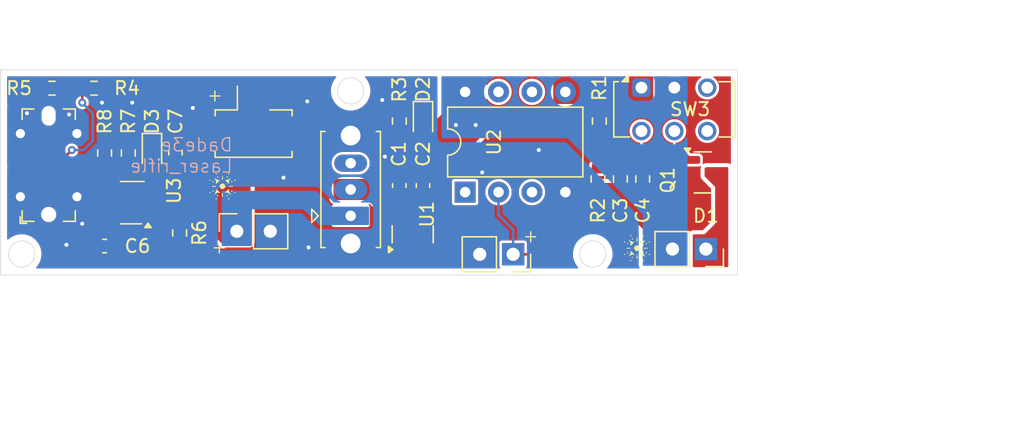
<source format=kicad_pcb>
(kicad_pcb (version 20221018) (generator pcbnew)
  (layers (0 "F.Cu" signal) (31 "B.Cu" signal) (34 "B.Paste" user) (35 "F.Paste" user) (36 "B.SilkS" user "B.Silkscreen") (37 "F.SilkS" user "F.Silkscreen") (38 "B.Mask" user) (39 "F.Mask" user) (44 "Edge.Cuts" user))
  (net 0 "")
  (net 1 "Net-(BT2-+)")
  (net 2 "GND")
  (net 3 "Net-(U1-VI)")
  (net 4 "VCC")
  (net 5 "Net-(U3-VIN)")
  (net 6 "Net-(D1-K)")
  (net 7 "Net-(D3-K)")
  (net 8 "Net-(Q1-B)")
  (net 9 "laser")
  (net 10 "trigger")
  (net 11 "Net-(U3-TS)")
  (net 12 "Net-(U3-CHG)")
  (net 13 "Net-(U3-ISET)")
  (net 18 "Net-(J3-CC1)")
  (net 19 "Net-(J3-CC2)")
  (net 20 "Net-(D2-K)")
  (footprint "Connector_PinSocket_2.54mm:PinSocket_1x02_P2.54mm_Vertical" (layer "F.Cu") (at 87.95 106.975 90)
    (fp_text reference "J1" hide)
    (fp_text value "Screw_Terminal_01x02")
    (fp_line (start -1.33 1.27) (end -1.33 3.87) (stroke (width 0.12)) (layer "F.SilkS"))
    (fp_line (start -1.33 1.27) (end 1.33 1.27) (stroke (width 0.12)) (layer "F.SilkS"))
    (fp_line (start -1.33 3.87) (end 1.33 3.87) (stroke (width 0.12)) (layer "F.SilkS"))
    (fp_line (start 0 -1.33) (end 1.33 -1.33) (stroke (width 0.12)) (layer "F.SilkS"))
    (fp_line (start 1.33 -1.33) (end 1.33 0) (stroke (width 0.12)) (layer "F.SilkS"))
    (fp_line (start 1.33 1.27) (end 1.33 3.87) (stroke (width 0.12)) (layer "F.SilkS"))
    (pad "1" thru_hole rect (at 0 0 90) (size 1.7 1.7) (drill 1) (layers "*.Cu" "*.Mask") (net 1 "Net-(BT2-+)"))
    (pad "2" thru_hole oval (at 0 2.54 90) (size 1.7 1.7) (drill 1) (layers "*.Cu" "*.Mask") (net 2 "GND"))
  )
  (footprint "LED_SMD:LED_0603_1608Metric" (layer "F.Cu") (at 81.5 101.025 -90)
    (fp_text reference "D3" (at -2.4 0 90) (layer "F.SilkS"))
    (fp_text value "LED")
    (fp_line (start -1.485 -0.735) (end -1.485 0.735) (stroke (width 0.12)) (layer "F.SilkS"))
    (fp_line (start -1.485 0.735) (end 0.8 0.735) (stroke (width 0.12)) (layer "F.SilkS"))
    (fp_line (start 0.8 -0.735) (end -1.485 -0.735) (stroke (width 0.12)) (layer "F.SilkS"))
    (pad "1" smd roundrect (at -0.7875 0 270) (size 0.875 0.95) (layers "F.Cu" "F.Paste" "F.Mask") (net 7 "Net-(D3-K)"))
    (pad "2" smd roundrect (at 0.7875 0 270) (size 0.875 0.95) (layers "F.Cu" "F.Paste" "F.Mask") (net 1 "Net-(BT2-+)"))
  )
  (footprint "Button_Switch_THT:SW_Slide_SPDT_Straight_CK_OS102011MS2Q" (layer "F.Cu") (at 96.6 105.8 90)
    (fp_text reference "SW1" hide)
    (fp_text value "SW_DIP_x01")
    (fp_line (start -2.41 -2.26) (end 6.41 -2.26) (stroke (width 0.12)) (layer "F.SilkS"))
    (fp_line (start -2.41 -1.95) (end -2.41 -2.26) (stroke (width 0.12)) (layer "F.SilkS"))
    (fp_line (start -2.41 2.26) (end -2.41 1.95) (stroke (width 0.12)) (layer "F.SilkS"))
    (fp_line (start -0.5 -2.96) (end 0 -2.46) (stroke (width 0.12)) (layer "F.SilkS"))
    (fp_line (start 0 -2.46) (end 0.5 -2.96) (stroke (width 0.12)) (layer "F.SilkS"))
    (fp_line (start 0.5 -2.96) (end -0.5 -2.96) (stroke (width 0.12)) (layer "F.SilkS"))
    (fp_line (start 6.41 -2.26) (end 6.41 -1.95) (stroke (width 0.12)) (layer "F.SilkS"))
    (fp_line (start 6.41 2.26) (end -2.41 2.26) (stroke (width 0.12)) (layer "F.SilkS"))
    (fp_line (start 6.41 2.26) (end 6.41 1.95) (stroke (width 0.12)) (layer "F.SilkS"))
    (pad "" thru_hole oval (at -2.1 0 90) (size 2.1 3.5) (drill 1.5) (layers "*.Cu" "*.Mask") (net 2 "GND"))
    (pad "" thru_hole oval (at 6.1 0 90) (size 2.1 3.5) (drill 1.5) (layers "*.Cu" "*.Mask") (net 2 "GND"))
    (pad "1" thru_hole rect (at 0 0 90) (size 1.3 2.5) (drill 0.8) (layers "*.Cu" "*.Mask") (net 1 "Net-(BT2-+)"))
    (pad "2" thru_hole oval (at 2 0 90) (size 1.5 2.5) (drill 0.8) (layers "*.Cu" "*.Mask") (net 3 "Net-(U1-VI)"))
    (pad "3" thru_hole oval (at 4 0 90) (size 1.3 2.5) (drill 0.8) (layers "*.Cu" "*.Mask"))
  )
  (footprint "Resistor_SMD:R_0603_1608Metric" (layer "F.Cu") (at 79.7 101.025 90)
    (fp_text reference "R7" (at 2.4 0 90) (layer "F.SilkS"))
    (fp_text value "1k5")
    (fp_line (start -0.237258 -0.5225) (end 0.237258 -0.5225) (stroke (width 0.12)) (layer "F.SilkS"))
    (fp_line (start -0.237258 0.5225) (end 0.237258 0.5225) (stroke (width 0.12)) (layer "F.SilkS"))
    (pad "1" smd roundrect (at -0.825 0 90) (size 0.8 0.95) (layers "F.Cu" "F.Paste" "F.Mask") (net 12 "Net-(U3-CHG)"))
    (pad "2" smd roundrect (at 0.825 0 90) (size 0.8 0.95) (layers "F.Cu" "F.Paste" "F.Mask") (net 7 "Net-(D3-K)"))
  )
  (footprint "Resistor_SMD:R_0603_1608Metric" (layer "F.Cu") (at 100.3 98.6 -90)
    (fp_text reference "R3" (at -2.4 0 90) (layer "F.SilkS"))
    (fp_text value "220R")
    (fp_line (start -0.237258 -0.5225) (end 0.237258 -0.5225) (stroke (width 0.12)) (layer "F.SilkS"))
    (fp_line (start -0.237258 0.5225) (end 0.237258 0.5225) (stroke (width 0.12)) (layer "F.SilkS"))
    (pad "1" smd roundrect (at -0.825 0 270) (size 0.8 0.95) (layers "F.Cu" "F.Paste" "F.Mask") (net 20 "Net-(D2-K)"))
    (pad "2" smd roundrect (at 0.825 0 270) (size 0.8 0.95) (layers "F.Cu" "F.Paste" "F.Mask") (net 2 "GND"))
  )
  (footprint "Resistor_SMD:R_0603_1608Metric" (layer "F.Cu") (at 117.1 103 90)
    (fp_text reference "C3" (at -2.4 0 90) (layer "F.SilkS"))
    (fp_text value "10uF")
    (fp_line (start -0.237258 -0.5225) (end 0.237258 -0.5225) (stroke (width 0.12)) (layer "F.SilkS"))
    (fp_line (start -0.237258 0.5225) (end 0.237258 0.5225) (stroke (width 0.12)) (layer "F.SilkS"))
    (pad "1" smd roundrect (at -0.825 0 90) (size 0.8 0.95) (layers "F.Cu" "F.Paste" "F.Mask") (net 4 "VCC"))
    (pad "2" smd roundrect (at 0.825 0 90) (size 0.8 0.95) (layers "F.Cu" "F.Paste" "F.Mask") (net 2 "GND"))
  )
  (footprint "Connector_Hirose:Hirose_DF13C_CL535-0402-2-51_1x02-1MP_P1.25mm_Vertical" (layer "F.Cu") (at 89.225 98.3)
    (fp_text reference "BT2" hide)
    (fp_text value "Battery_Cell")
    (fp_line (start -2.925 -0.55) (end -2.925 -0.11) (stroke (width 0.12)) (layer "F.SilkS"))
    (fp_line (start -2.925 2.61) (end -2.925 3.05) (stroke (width 0.12)) (layer "F.SilkS"))
    (fp_line (start -2.925 3.05) (end 2.925 3.05) (stroke (width 0.12)) (layer "F.SilkS"))
    (fp_line (start -1.235 -0.55) (end -2.925 -0.55) (stroke (width 0.12)) (layer "F.SilkS"))
    (fp_line (start -1.235 -0.55) (end -1.235 -2.35) (stroke (width 0.12)) (layer "F.SilkS"))
    (fp_line (start 1.235 -0.55) (end 2.925 -0.55) (stroke (width 0.12)) (layer "F.SilkS"))
    (fp_line (start 2.925 -0.55) (end 2.925 -0.11) (stroke (width 0.12)) (layer "F.SilkS"))
    (fp_line (start 2.925 3.05) (end 2.925 2.61) (stroke (width 0.12)) (layer "F.SilkS"))
    (pad "1" smd rect (at -0.625 -1.45) (size 0.7 1.8) (layers "F.Cu" "F.Paste" "F.Mask") (net 1 "Net-(BT2-+)"))
    (pad "2" smd rect (at 0.625 -1.45) (size 0.7 1.8) (layers "F.Cu" "F.Paste" "F.Mask") (net 2 "GND"))
    (pad "MP" smd rect (at -2.875 1.25) (size 1.6 2.2) (layers "F.Cu" "F.Paste" "F.Mask"))
    (pad "MP" smd rect (at 2.875 1.25) (size 1.6 2.2) (layers "F.Cu" "F.Paste" "F.Mask"))
  )
  (footprint "Button_Switch_THT:SW_CK_JS202011CQN_DPDT_Straight" (layer "F.Cu") (at 118.7 96.0575)
    (fp_text reference "SW3" (at 3.7 1.6425) (layer "F.SilkS"))
    (fp_text value "SW_DIP_x01")
    (fp_line (start -2.1 -0.45) (end -2.1 3.75) (stroke (width 0.12)) (layer "F.SilkS"))
    (fp_line (start -2.1 3.75) (end -0.9 3.75) (stroke (width 0.12)) (layer "F.SilkS"))
    (fp_line (start -1.75 -0.45) (end -2.1 -0.45) (stroke (width 0.12)) (layer "F.SilkS"))
    (fp_line (start 5.9 -0.45) (end 7.1 -0.45) (stroke (width 0.12)) (layer "F.SilkS"))
    (fp_line (start 7.1 -0.45) (end 7.1 3.75) (stroke (width 0.12)) (layer "F.SilkS"))
    (fp_line (start 7.1 3.75) (end 5.9 3.75) (stroke (width 0.12)) (layer "F.SilkS"))
    (fp_poly (pts (xy -1 -0.45) (xy -1.48 -0.45) (xy -1 -0.93) (xy -1 -0.45)) (stroke (width 0.12)) (fill solid) (layer "F.SilkS"))
    (pad "1" thru_hole roundrect (at 0 0) (size 1.4 1.4) (drill 0.9) (layers "*.Cu" "*.Mask") (roundrect_rratio 0.1785714286) (net 9 "laser"))
    (pad "2" thru_hole circle (at 2.5 0) (size 1.4 1.4) (drill 0.9) (layers "*.Cu" "*.Mask") (net 4 "VCC"))
    (pad "3" thru_hole circle (at 5 0) (size 1.4 1.4) (drill 0.9) (layers "*.Cu" "*.Mask"))
    (pad "4" thru_hole circle (at 5 3.3) (size 1.4 1.4) (drill 0.9) (layers "*.Cu" "*.Mask"))
    (pad "5" thru_hole circle (at 2.5 3.3) (size 1.4 1.4) (drill 0.9) (layers "*.Cu" "*.Mask"))
    (pad "6" thru_hole circle (at 0 3.3) (size 1.4 1.4) (drill 0.9) (layers "*.Cu" "*.Mask"))
  )
  (footprint "Resistor_SMD:R_0603_1608Metric" (layer "F.Cu") (at 115.5 98.6 -90)
    (fp_text reference "R1" (at -2.5 0 90) (layer "F.SilkS"))
    (fp_text value "330R")
    (fp_line (start -0.237258 -0.5225) (end 0.237258 -0.5225) (stroke (width 0.12)) (layer "F.SilkS"))
    (fp_line (start -0.237258 0.5225) (end 0.237258 0.5225) (stroke (width 0.12)) (layer "F.SilkS"))
    (pad "1" smd roundrect (at -0.825 0 270) (size 0.8 0.95) (layers "F.Cu" "F.Paste" "F.Mask") (net 9 "laser"))
    (pad "2" smd roundrect (at 0.825 0 270) (size 0.8 0.95) (layers "F.Cu" "F.Paste" "F.Mask") (net 8 "Net-(Q1-B)"))
  )
  (footprint "Resistor_SMD:R_0603_1608Metric" (layer "F.Cu") (at 77.9 101.025 -90)
    (fp_text reference "R8" (at -2.4 0 90) (layer "F.SilkS"))
    (fp_text value "1k")
    (fp_line (start -0.237258 -0.5225) (end 0.237258 -0.5225) (stroke (width 0.12)) (layer "F.SilkS"))
    (fp_line (start -0.237258 0.5225) (end 0.237258 0.5225) (stroke (width 0.12)) (layer "F.SilkS"))
    (pad "1" smd roundrect (at -0.825 0 270) (size 0.8 0.95) (layers "F.Cu" "F.Paste" "F.Mask") (net 2 "GND"))
    (pad "2" smd roundrect (at 0.825 0 270) (size 0.8 0.95) (layers "F.Cu" "F.Paste" "F.Mask") (net 13 "Net-(U3-ISET)"))
  )
  (footprint "Connector_PinSocket_2.54mm:PinSocket_1x02_P2.54mm_Vertical" (layer "F.Cu") (at 108.95 108.725 -90)
    (fp_text reference "SW2" hide)
    (fp_text value "SW_DIP_x01")
    (fp_line (start -1.33 1.27) (end -1.33 3.87) (stroke (width 0.12)) (layer "F.SilkS"))
    (fp_line (start -1.33 1.27) (end 1.33 1.27) (stroke (width 0.12)) (layer "F.SilkS"))
    (fp_line (start -1.33 3.87) (end 1.33 3.87) (stroke (width 0.12)) (layer "F.SilkS"))
    (fp_line (start 0 -1.33) (end 1.33 -1.33) (stroke (width 0.12)) (layer "F.SilkS"))
    (fp_line (start 1.33 -1.33) (end 1.33 0) (stroke (width 0.12)) (layer "F.SilkS"))
    (fp_line (start 1.33 1.27) (end 1.33 3.87) (stroke (width 0.12)) (layer "F.SilkS"))
    (pad "1" thru_hole rect (at 0 0 270) (size 1.7 1.7) (drill 1) (layers "*.Cu" "*.Mask") (net 10 "trigger"))
    (pad "2" thru_hole oval (at 0 2.54 270) (size 1.7 1.7) (drill 1) (layers "*.Cu" "*.Mask") (net 2 "GND"))
  )
  (footprint "Package_TO_SOT_SMD:SOT-23-6_Handsoldering" (layer "F.Cu") (at 80 104.8 180)
    (fp_text reference "U3" (at -3.175 0.9 90) (layer "F.SilkS"))
    (fp_text value "BQ21040")
    (fp_line (start -0.9 1.61) (end 0.9 1.61) (stroke (width 0.12)) (layer "F.SilkS"))
    (fp_line (start 0.1 -1.61) (end -0.7 -1.61) (stroke (width 0.12)) (layer "F.SilkS"))
    (fp_line (start 0.1 -1.61) (end 0.9 -1.61) (stroke (width 0.12)) (layer "F.SilkS"))
    (fp_poly (pts (xy -1.2 -1.56) (xy -1.44 -1.89) (xy -0.96 -1.89) (xy -1.2 -1.56)) (stroke (width 0.12)) (fill solid) (layer "F.SilkS"))
    (pad "1" smd roundrect (at -1.35 -0.95 180) (size 1.56 0.65) (layers "F.Cu" "F.Paste" "F.Mask") (net 11 "Net-(U3-TS)"))
    (pad "2" smd roundrect (at -1.35 0 180) (size 1.56 0.65) (layers "F.Cu" "F.Paste" "F.Mask") (net 1 "Net-(BT2-+)"))
    (pad "3" smd roundrect (at -1.35 0.95 180) (size 1.56 0.65) (layers "F.Cu" "F.Paste" "F.Mask") (net 12 "Net-(U3-CHG)"))
    (pad "4" smd roundrect (at 1.35 0.95 180) (size 1.56 0.65) (layers "F.Cu" "F.Paste" "F.Mask") (net 13 "Net-(U3-ISET)"))
    (pad "5" smd roundrect (at 1.35 0 180) (size 1.56 0.65) (layers "F.Cu" "F.Paste" "F.Mask") (net 2 "GND"))
    (pad "6" smd roundrect (at 1.35 -0.95 180) (size 1.56 0.65) (layers "F.Cu" "F.Paste" "F.Mask") (net 5 "Net-(U3-VIN)"))
  )
  (footprint "Resistor_SMD:R_0603_1608Metric" (layer "F.Cu") (at 118.8 103 90)
    (fp_text reference "C4" (at -2.4 0 90) (layer "F.SilkS"))
    (fp_text value "0.1uF")
    (fp_line (start -0.237258 -0.5225) (end 0.237258 -0.5225) (stroke (width 0.12)) (layer "F.SilkS"))
    (fp_line (start -0.237258 0.5225) (end 0.237258 0.5225) (stroke (width 0.12)) (layer "F.SilkS"))
    (pad "1" smd roundrect (at -0.825 0 90) (size 0.8 0.95) (layers "F.Cu" "F.Paste" "F.Mask") (net 4 "VCC"))
    (pad "2" smd roundrect (at 0.825 0 90) (size 0.8 0.95) (layers "F.Cu" "F.Paste" "F.Mask") (net 2 "GND"))
  )
  (footprint "Package_TO_SOT_SMD:SOT-23" (layer "F.Cu") (at 101.315 107.2 90)
    (fp_text reference "U1" (at 1.52 1.085 90) (layer "F.SilkS"))
    (fp_text value "MCP1700x-300xxTT")
    (fp_line (start 0 -1.56) (end -0.65 -1.56) (stroke (width 0.12)) (layer "F.SilkS"))
    (fp_line (start 0 -1.56) (end 0.65 -1.56) (stroke (width 0.12)) (layer "F.SilkS"))
    (fp_line (start 0 1.56) (end -0.65 1.56) (stroke (width 0.12)) (layer "F.SilkS"))
    (fp_line (start 0 1.56) (end 0.65 1.56) (stroke (width 0.12)) (layer "F.SilkS"))
    (fp_poly (pts (xy -1.1625 -1.51) (xy -1.4025 -1.84) (xy -0.9225 -1.84) (xy -1.1625 -1.51)) (stroke (width 0.12)) (fill solid) (layer "F.SilkS"))
    (pad "1" smd roundrect (at -0.9375 -0.95 90) (size 1.475 0.6) (layers "F.Cu" "F.Paste" "F.Mask") (net 2 "GND"))
    (pad "2" smd roundrect (at -0.9375 0.95 90) (size 1.475 0.6) (layers "F.Cu" "F.Paste" "F.Mask") (net 4 "VCC"))
    (pad "3" smd roundrect (at 0.9375 0 90) (size 1.475 0.6) (layers "F.Cu" "F.Paste" "F.Mask") (net 3 "Net-(U1-VI)"))
  )
  (footprint "Package_DIP:DIP-8_W7.62mm" (layer "F.Cu") (at 105.3 104 90)
    (fp_text reference "U2" (at 3.8 2.2 90) (layer "F.SilkS"))
    (fp_text value "ATtiny85V-10P")
    (fp_line (start 1.16 -1.33) (end 1.16 8.95) (stroke (width 0.12)) (layer "F.SilkS"))
    (fp_line (start 1.16 8.95) (end 6.46 8.95) (stroke (width 0.12)) (layer "F.SilkS"))
    (fp_line (start 2.81 -1.33) (end 1.16 -1.33) (stroke (width 0.12)) (layer "F.SilkS"))
    (fp_line (start 6.46 -1.33) (end 4.81 -1.33) (stroke (width 0.12)) (layer "F.SilkS"))
    (fp_line (start 6.46 8.95) (end 6.46 -1.33) (stroke (width 0.12)) (layer "F.SilkS"))
    (fp_arc (start 4.81 -1.33) (mid 3.81 -0.33) (end 2.81 -1.33) (stroke (width 0.12)) (layer "F.SilkS"))
    (pad "1" thru_hole rect (at 0 0 90) (size 1.6 1.6) (drill 0.8) (layers "*.Cu" "*.Mask"))
    (pad "2" thru_hole oval (at 0 2.54 90) (size 1.6 1.6) (drill 0.8) (layers "*.Cu" "*.Mask") (net 10 "trigger"))
    (pad "3" thru_hole oval (at 0 5.08 90) (size 1.6 1.6) (drill 0.8) (layers "*.Cu" "*.Mask"))
    (pad "4" thru_hole oval (at 0 7.62 90) (size 1.6 1.6) (drill 0.8) (layers "*.Cu" "*.Mask") (net 2 "GND"))
    (pad "5" thru_hole oval (at 7.62 7.62 90) (size 1.6 1.6) (drill 0.8) (layers "*.Cu" "*.Mask") (net 9 "laser"))
    (pad "6" thru_hole oval (at 7.62 5.08 90) (size 1.6 1.6) (drill 0.8) (layers "*.Cu" "*.Mask"))
    (pad "7" thru_hole oval (at 7.62 2.54 90) (size 1.6 1.6) (drill 0.8) (layers "*.Cu" "*.Mask"))
    (pad "8" thru_hole oval (at 7.62 0 90) (size 1.6 1.6) (drill 0.8) (layers "*.Cu" "*.Mask") (net 4 "VCC"))
  )
  (footprint "Package_TO_SOT_SMD:SOT-23" (layer "F.Cu") (at 123.3625 102.5)
    (fp_text reference "Q1" (at -2.6625 0.6 90) (layer "F.SilkS"))
    (fp_text value "MMBT3904")
    (fp_line (start 0 -1.56) (end -0.65 -1.56) (stroke (width 0.12)) (layer "F.SilkS"))
    (fp_line (start 0 -1.56) (end 0.65 -1.56) (stroke (width 0.12)) (layer "F.SilkS"))
    (fp_line (start 0 1.56) (end -0.65 1.56) (stroke (width 0.12)) (layer "F.SilkS"))
    (fp_line (start 0 1.56) (end 0.65 1.56) (stroke (width 0.12)) (layer "F.SilkS"))
    (fp_poly (pts (xy -1.1625 -1.51) (xy -1.4025 -1.84) (xy -0.9225 -1.84) (xy -1.1625 -1.51)) (stroke (width 0.12)) (fill solid) (layer "F.SilkS"))
    (pad "1" smd roundrect (at -0.9375 -0.95) (size 1.475 0.6) (layers "F.Cu" "F.Paste" "F.Mask") (net 8 "Net-(Q1-B)"))
    (pad "2" smd roundrect (at -0.9375 0.95) (size 1.475 0.6) (layers "F.Cu" "F.Paste" "F.Mask") (net 2 "GND"))
    (pad "3" smd roundrect (at 0.9375 0) (size 1.475 0.6) (layers "F.Cu" "F.Paste" "F.Mask") (net 6 "Net-(D1-K)"))
  )
  (footprint "Connector_PinSocket_2.54mm:PinSocket_1x02_P2.54mm_Vertical" (layer "F.Cu") (at 123.6 108.325 -90)
    (fp_text reference "D1" (at -2.525 0 -180) (layer "F.SilkS"))
    (fp_text value "LED")
    (fp_line (start -1.33 1.27) (end -1.33 3.87) (stroke (width 0.12)) (layer "F.SilkS"))
    (fp_line (start -1.33 1.27) (end 1.33 1.27) (stroke (width 0.12)) (layer "F.SilkS"))
    (fp_line (start -1.33 3.87) (end 1.33 3.87) (stroke (width 0.12)) (layer "F.SilkS"))
    (fp_line (start 0 -1.33) (end 1.33 -1.33) (stroke (width 0.12)) (layer "F.SilkS"))
    (fp_line (start 1.33 -1.33) (end 1.33 0) (stroke (width 0.12)) (layer "F.SilkS"))
    (fp_line (start 1.33 1.27) (end 1.33 3.87) (stroke (width 0.12)) (layer "F.SilkS"))
    (pad "1" thru_hole rect (at 0 0 270) (size 1.7 1.7) (drill 1) (layers "*.Cu" "*.Mask") (net 6 "Net-(D1-K)"))
    (pad "2" thru_hole oval (at 0 2.54 270) (size 1.7 1.7) (drill 1) (layers "*.Cu" "*.Mask") (net 4 "VCC"))
  )
  (footprint "Capacitor_SMD:C_0603_1608Metric" (layer "F.Cu") (at 77.9 108.1 180)
    (fp_text reference "C6" (at -2.5 0) (layer "F.SilkS"))
    (fp_text value "1uF")
    (fp_line (start -0.14058 -0.51) (end 0.14058 -0.51) (stroke (width 0.12)) (layer "F.SilkS"))
    (fp_line (start -0.14058 0.51) (end 0.14058 0.51) (stroke (width 0.12)) (layer "F.SilkS"))
    (pad "1" smd roundrect (at -0.775 0 180) (size 0.9 0.95) (layers "F.Cu" "F.Paste" "F.Mask") (net 5 "Net-(U3-VIN)"))
    (pad "2" smd roundrect (at 0.775 0 180) (size 0.9 0.95) (layers "F.Cu" "F.Paste" "F.Mask") (net 2 "GND"))
  )
  (footprint "Capacitor_SMD:C_0603_1608Metric" (layer "F.Cu") (at 100.3 103.5 90)
    (fp_text reference "C1" (at 2.4 -0.0375 90) (layer "F.SilkS"))
    (fp_text value "1uF")
    (fp_line (start -0.14058 -0.51) (end 0.14058 -0.51) (stroke (width 0.12)) (layer "F.SilkS"))
    (fp_line (start -0.14058 0.51) (end 0.14058 0.51) (stroke (width 0.12)) (layer "F.SilkS"))
    (pad "1" smd roundrect (at -0.775 0 90) (size 0.9 0.95) (layers "F.Cu" "F.Paste" "F.Mask") (net 3 "Net-(U1-VI)"))
    (pad "2" smd roundrect (at 0.775 0 90) (size 0.9 0.95) (layers "F.Cu" "F.Paste" "F.Mask") (net 2 "GND"))
  )
  (footprint "LED_SMD:LED_0603_1608Metric" (layer "F.Cu") (at 102.1 98.6 -90)
    (fp_text reference "D2" (at -2.4 0 90) (layer "F.SilkS"))
    (fp_text value "LED")
    (fp_line (start -1.485 -0.735) (end -1.485 0.735) (stroke (width 0.12)) (layer "F.SilkS"))
    (fp_line (start -1.485 0.735) (end 0.8 0.735) (stroke (width 0.12)) (layer "F.SilkS"))
    (fp_line (start 0.8 -0.735) (end -1.485 -0.735) (stroke (width 0.12)) (layer "F.SilkS"))
    (pad "1" smd roundrect (at -0.7875 0 270) (size 0.875 0.95) (layers "F.Cu" "F.Paste" "F.Mask") (net 20 "Net-(D2-K)"))
    (pad "2" smd roundrect (at 0.7875 0 270) (size 0.875 0.95) (layers "F.Cu" "F.Paste" "F.Mask") (net 4 "VCC"))
  )
  (footprint "Resistor_SMD:R_0603_1608Metric" (layer "F.Cu") (at 83.6 107.1 90)
    (fp_text reference "R6" (at 0 1.5 90) (layer "F.SilkS"))
    (fp_text value "10k")
    (fp_line (start -0.237258 -0.5225) (end 0.237258 -0.5225) (stroke (width 0.12)) (layer "F.SilkS"))
    (fp_line (start -0.237258 0.5225) (end 0.237258 0.5225) (stroke (width 0.12)) (layer "F.SilkS"))
    (pad "1" smd roundrect (at -0.825 0 90) (size 0.8 0.95) (layers "F.Cu" "F.Paste" "F.Mask") (net 11 "Net-(U3-TS)"))
    (pad "2" smd roundrect (at 0.825 0 90) (size 0.8 0.95) (layers "F.Cu" "F.Paste" "F.Mask") (net 1 "Net-(BT2-+)"))
  )
  (footprint "Capacitor_SMD:C_0603_1608Metric" (layer "F.Cu") (at 83.285 101.025 90)
    (fp_text reference "C7" (at 2.4 0 90) (layer "F.SilkS"))
    (fp_text value "1uF")
    (fp_line (start -0.14058 -0.51) (end 0.14058 -0.51) (stroke (width 0.12)) (layer "F.SilkS"))
    (fp_line (start -0.14058 0.51) (end 0.14058 0.51) (stroke (width 0.12)) (layer "F.SilkS"))
    (pad "1" smd roundrect (at -0.775 0 90) (size 0.9 0.95) (layers "F.Cu" "F.Paste" "F.Mask") (net 1 "Net-(BT2-+)"))
    (pad "2" smd roundrect (at 0.775 0 90) (size 0.9 0.95) (layers "F.Cu" "F.Paste" "F.Mask") (net 2 "GND"))
  )
  (footprint "Resistor_SMD:R_0603_1608Metric" (layer "F.Cu") (at 73.9 96.1)
    (fp_text reference "R5" (at -2.5 0) (layer "F.SilkS"))
    (fp_text value "5K1")
    (fp_line (start -0.237258 -0.5225) (end 0.237258 -0.5225) (stroke (width 0.12)) (layer "F.SilkS"))
    (fp_line (start -0.237258 0.5225) (end 0.237258 0.5225) (stroke (width 0.12)) (layer "F.SilkS"))
    (pad "1" smd roundrect (at -0.825 0) (size 0.8 0.95) (layers "F.Cu" "F.Paste" "F.Mask") (net 18 "Net-(J3-CC1)"))
    (pad "2" smd roundrect (at 0.825 0) (size 0.8 0.95) (layers "F.Cu" "F.Paste" "F.Mask") (net 2 "GND"))
  )
  (footprint "Resistor_SMD:R_0603_1608Metric" (layer "F.Cu") (at 115.4 103 90)
    (fp_text reference "R2" (at -2.4 0 90) (layer "F.SilkS"))
    (fp_text value "10K")
    (fp_line (start -0.237258 -0.5225) (end 0.237258 -0.5225) (stroke (width 0.12)) (layer "F.SilkS"))
    (fp_line (start -0.237258 0.5225) (end 0.237258 0.5225) (stroke (width 0.12)) (layer "F.SilkS"))
    (pad "1" smd roundrect (at -0.825 0 90) (size 0.8 0.95) (layers "F.Cu" "F.Paste" "F.Mask") (net 4 "VCC"))
    (pad "2" smd roundrect (at 0.825 0 90) (size 0.8 0.95) (layers "F.Cu" "F.Paste" "F.Mask") (net 10 "trigger"))
  )
  (footprint "Resistor_SMD:R_0603_1608Metric" (layer "F.Cu") (at 77.1 96.1)
    (fp_text reference "R4" (at 2.5 0) (layer "F.SilkS"))
    (fp_text value "5K1")
    (fp_line (start -0.237258 -0.5225) (end 0.237258 -0.5225) (stroke (width 0.12)) (layer "F.SilkS"))
    (fp_line (start -0.237258 0.5225) (end 0.237258 0.5225) (stroke (width 0.12)) (layer "F.SilkS"))
    (pad "1" smd roundrect (at -0.825 0) (size 0.8 0.95) (layers "F.Cu" "F.Paste" "F.Mask") (net 19 "Net-(J3-CC2)"))
    (pad "2" smd roundrect (at 0.825 0) (size 0.8 0.95) (layers "F.Cu" "F.Paste" "F.Mask") (net 2 "GND"))
  )
  (footprint "Connector_USB:USB_C_Receptacle_GCT_USB4115-03-C" (layer "F.Cu") (at 73.65 101.95 90)
    (fp_text reference "J3" hide)
    (fp_text value "USB_C_Receptacle_PowerOnly_6P")
    (fp_line (start -4.42 -2.17) (end -4.42 -1.67) (stroke (width 0.12)) (layer "F.SilkS"))
    (fp_line (start -4.42 -2.17) (end -3.92 -2.17) (stroke (width 0.12)) (layer "F.SilkS"))
    (fp_line (start -4.27 -2.02) (end -4.27 -1.12) (stroke (width 0.12)) (layer "F.SilkS"))
    (fp_line (start -4.27 -2.02) (end -3.47 -2.02) (stroke (width 0.12)) (layer "F.SilkS"))
    (fp_line (start -4.27 2.02) (end -4.27 1.12) (stroke (width 0.12)) (layer "F.SilkS"))
    (fp_line (start -4.27 2.02) (end -3.47 2.02) (stroke (width 0.12)) (layer "F.SilkS"))
    (fp_line (start 4.27 -2.02) (end 3.47 -2.02) (stroke (width 0.12)) (layer "F.SilkS"))
    (fp_line (start 4.27 -2.02) (end 4.27 -1.12) (stroke (width 0.12)) (layer "F.SilkS"))
    (fp_line (start 4.27 2.02) (end 3.47 2.02) (stroke (width 0.12)) (layer "F.SilkS"))
    (fp_line (start 4.27 2.02) (end 4.27 1.12) (stroke (width 0.12)) (layer "F.SilkS"))
    (pad "" np_thru_hole circle (at -3.75 0 90) (size 0.66 0.66) (drill 0.66) (layers "F&B.Cu" "*.Mask"))
    (pad "" np_thru_hole oval (at 3.75 0 90) (size 1 0.58) (drill oval 1 0.58) (layers "F&B.Cu" "*.Mask"))
    (pad "A1" smd rect (at -2.75 -0.835 90) (size 0.3 0.85) (layers "F.Cu" "F.Paste" "F.Mask"))
    (pad "A2" smd rect (at -2.25 -0.835 90) (size 0.3 0.85) (layers "F.Cu" "F.Paste" "F.Mask"))
    (pad "A3" smd rect (at -1.75 -0.835 90) (size 0.3 0.85) (layers "F.Cu" "F.Paste" "F.Mask"))
    (pad "A4" smd rect (at -1.25 -0.835 90) (size 0.3 0.85) (layers "F.Cu" "F.Paste" "F.Mask"))
    (pad "A5" smd rect (at -0.75 -0.835 90) (size 0.3 0.85) (layers "F.Cu" "F.Paste" "F.Mask") (net 18 "Net-(J3-CC1)"))
    (pad "A6" smd rect (at -0.25 -0.835 90) (size 0.3 0.85) (layers "F.Cu" "F.Paste" "F.Mask"))
    (pad "A7" smd rect (at 0.25 -0.835 90) (size 0.3 0.85) (layers "F.Cu" "F.Paste" "F.Mask"))
    (pad "A8" smd rect (at 0.75 -0.835 90) (size 0.3 0.85) (layers "F.Cu" "F.Paste" "F.Mask"))
    (pad "A9" smd rect (at 1.25 -0.835 90) (size 0.3 0.85) (layers "F.Cu" "F.Paste" "F.Mask") (net 5 "Net-(U3-VIN)"))
    (pad "A10" smd rect (at 1.75 -0.835 90) (size 0.3 0.85) (layers "F.Cu" "F.Paste" "F.Mask"))
    (pad "A11" smd rect (at 2.25 -0.835 90) (size 0.3 0.85) (layers "F.Cu" "F.Paste" "F.Mask"))
    (pad "A12" smd rect (at 2.75 -0.835 90) (size 0.3 0.85) (layers "F.Cu" "F.Paste" "F.Mask") (net 2 "GND"))
    (pad "B1" smd rect (at 2.75 0.835 90) (size 0.3 0.85) (layers "F.Cu" "F.Paste" "F.Mask"))
    (pad "B2" smd rect (at 2.25 0.835 90) (size 0.3 0.85) (layers "F.Cu" "F.Paste" "F.Mask"))
    (pad "B3" smd rect (at 1.75 0.835 90) (size 0.3 0.85) (layers "F.Cu" "F.Paste" "F.Mask"))
    (pad "B4" smd rect (at 1.25 0.835 90) (size 0.3 0.85) (layers "F.Cu" "F.Paste" "F.Mask"))
    (pad "B5" smd rect (at 0.75 0.835 90) (size 0.3 0.85) (layers "F.Cu" "F.Paste" "F.Mask") (net 19 "Net-(J3-CC2)"))
    (pad "B6" smd rect (at 0.25 0.835 90) (size 0.3 0.85) (layers "F.Cu" "F.Paste" "F.Mask"))
    (pad "B7" smd rect (at -0.25 0.835 90) (size 0.3 0.85) (layers "F.Cu" "F.Paste" "F.Mask"))
    (pad "B8" smd rect (at -0.75 0.835 90) (size 0.3 0.85) (layers "F.Cu" "F.Paste" "F.Mask"))
    (pad "B9" smd rect (at -1.25 0.835 90) (size 0.3 0.85) (layers "F.Cu" "F.Paste" "F.Mask") (net 5 "Net-(U3-VIN)"))
    (pad "B10" smd rect (at -1.75 0.835 90) (size 0.3 0.85) (layers "F.Cu" "F.Paste" "F.Mask"))
    (pad "B11" smd rect (at -2.25 0.835 90) (size 0.3 0.85) (layers "F.Cu" "F.Paste" "F.Mask"))
    (pad "B12" smd rect (at -2.75 0.835 90) (size 0.3 0.85) (layers "F.Cu" "F.Paste" "F.Mask") (net 2 "GND"))
    (pad "S1" thru_hole circle (at -2.4 -2.15 90) (size 1.1 1.1) (drill 0.7) (layers "*.Cu" "*.Mask" "F.Paste") (net 2 "GND"))
    (pad "S1" thru_hole circle (at -2.4 2.15 90) (size 1.1 1.1) (drill 0.7) (layers "*.Cu" "*.Mask" "F.Paste") (net 2 "GND"))
    (pad "S1" thru_hole circle (at 2.4 -2.15 90) (size 1.1 1.1) (drill 0.7) (layers "*.Cu" "*.Mask" "F.Paste") (net 2 "GND"))
    (pad "S1" thru_hole circle (at 2.4 2.15 90) (size 1.1 1.1) (drill 0.7) (layers "*.Cu" "*.Mask" "F.Paste") (net 2 "GND"))
    (zone (net 0) (net_name "") (layer "F.Cu") (name "peg") (connect_pads (clearance 0)) (min_thickness 0.254)
      (keepout (tracks allowed) (vias allowed) (pads not_allowed) (copperpour not_allowed) (footprints not_allowed))
      (fill (thermal_gap 0.508) (thermal_bridge_width 0.508))
      (polygon (pts (xy 71.85 101.15) (xy 71.85 102.75) (xy 71.15 102.75) (xy 71.15 101.15)))
    )
    (zone (net 0) (net_name "") (layer "F.Cu") (name "peg") (connect_pads (clearance 0)) (min_thickness 0.254)
      (keepout (tracks allowed) (vias allowed) (pads not_allowed) (copperpour not_allowed) (footprints not_allowed))
      (fill (thermal_gap 0.508) (thermal_bridge_width 0.508))
      (polygon (pts (xy 76.15 101.15) (xy 76.15 102.75) (xy 75.45 102.75) (xy 75.45 101.15)))
    )
  )
  (footprint "laser_rifle:laser" (layer "F.Cu") (at 86.8 103.5)
    (fp_text reference "G***" hide)
    (fp_text value "LOGO" hide)
    (fp_poly (pts (xy -0.826977 -0.413489) (xy -0.886047 -0.354419) (xy -0.945116 -0.413489) (xy -0.886047 -0.472558)) (fill solid) (layer "F.SilkS"))
    (fp_poly (pts (xy -0.826977 0.531628) (xy -0.886047 0.590697) (xy -0.945116 0.531628) (xy -0.886047 0.472558)) (fill solid) (layer "F.SilkS"))
    (fp_poly (pts (xy -0.590698 -0.295349) (xy -0.649768 -0.236279) (xy -0.708837 -0.295349) (xy -0.649768 -0.354419)) (fill solid) (layer "F.SilkS"))
    (fp_poly (pts (xy -0.590698 0.413488) (xy -0.649768 0.472558) (xy -0.708837 0.413488) (xy -0.649768 0.354418)) (fill solid) (layer "F.SilkS"))
    (fp_poly (pts (xy -0.354419 -0.886047) (xy -0.413489 -0.826977) (xy -0.472558 -0.886047) (xy -0.413489 -0.945116)) (fill solid) (layer "F.SilkS"))
    (fp_poly (pts (xy -0.354419 1.004186) (xy -0.413489 1.063256) (xy -0.472558 1.004186) (xy -0.413489 0.945116)) (fill solid) (layer "F.SilkS"))
    (fp_poly (pts (xy -0.236279 -0.649768) (xy -0.295349 -0.590698) (xy -0.354419 -0.649768) (xy -0.295349 -0.708837)) (fill solid) (layer "F.SilkS"))
    (fp_poly (pts (xy -0.236279 0.767907) (xy -0.295349 0.826977) (xy -0.354419 0.767907) (xy -0.295349 0.708837)) (fill solid) (layer "F.SilkS"))
    (fp_poly (pts (xy 0.472558 -0.649768) (xy 0.413488 -0.590698) (xy 0.354418 -0.649768) (xy 0.413488 -0.708837)) (fill solid) (layer "F.SilkS"))
    (fp_poly (pts (xy 0.472558 0.767907) (xy 0.413488 0.826977) (xy 0.354418 0.767907) (xy 0.413488 0.708837)) (fill solid) (layer "F.SilkS"))
    (fp_poly (pts (xy 0.590697 -0.886047) (xy 0.531628 -0.826977) (xy 0.472558 -0.886047) (xy 0.531628 -0.945116)) (fill solid) (layer "F.SilkS"))
    (fp_poly (pts (xy 0.590697 1.004186) (xy 0.531628 1.063256) (xy 0.472558 1.004186) (xy 0.531628 0.945116)) (fill solid) (layer "F.SilkS"))
    (fp_poly (pts (xy 0.826977 -0.295349) (xy 0.767907 -0.236279) (xy 0.708837 -0.295349) (xy 0.767907 -0.354419)) (fill solid) (layer "F.SilkS"))
    (fp_poly (pts (xy 0.826977 0.413488) (xy 0.767907 0.472558) (xy 0.708837 0.413488) (xy 0.767907 0.354418)) (fill solid) (layer "F.SilkS"))
    (fp_poly (pts (xy 1.063256 -0.413489) (xy 1.004186 -0.354419) (xy 0.945116 -0.413489) (xy 1.004186 -0.472558)) (fill solid) (layer "F.SilkS"))
    (fp_poly (pts (xy 1.063256 0.531628) (xy 1.004186 0.590697) (xy 0.945116 0.531628) (xy 1.004186 0.472558)) (fill solid) (layer "F.SilkS"))
    (fp_poly (pts (xy -0.443023 0.039898) (xy -0.428182 0.083018) (xy -0.590698 0.099486) (xy -0.758412 0.08092) (xy -0.738372 0.039898) (xy -0.4965 0.024294)) (fill solid) (layer "F.SilkS"))
    (fp_poly (pts (xy 0.078241 -0.738372) (xy 0.093845 -0.4965) (xy 0.078241 -0.443023) (xy 0.035121 -0.428182) (xy 0.018653 -0.590698) (xy 0.037219 -0.758412)) (fill solid) (layer "F.SilkS"))
    (fp_poly (pts (xy 0.078241 0.561163) (xy 0.093845 0.803035) (xy 0.078241 0.856511) (xy 0.035121 0.871352) (xy 0.018653 0.708837) (xy 0.037219 0.541123)) (fill solid) (layer "F.SilkS"))
    (fp_poly (pts (xy 0.856511 0.039898) (xy 0.871352 0.083018) (xy 0.708837 0.099486) (xy 0.541123 0.08092) (xy 0.561163 0.039898) (xy 0.803035 0.024294)) (fill solid) (layer "F.SilkS"))
    (fp_poly (pts (xy 0.222061 -0.076201) (xy 0.289923 0.099846) (xy 0.19434 0.222061) (xy 0.018293 0.289923) (xy -0.103922 0.19434) (xy -0.171784 0.018293) (xy -0.076201 -0.103922) (xy 0.099846 -0.171784)) (fill solid) (layer "F.SilkS"))
    (fp_poly (pts (xy -0.514603 -0.543834) (xy -0.461688 -0.503118) (xy -0.26423 -0.420547) (xy -0.170234 -0.444048) (xy -0.147189 -0.438169) (xy -0.225105 -0.324884) (xy -0.376708 -0.16019) (xy -0.447644 -0.11814) (xy -0.450728 -0.17753) (xy -0.434203 -0.195874) (xy -0.432603 -0.338184) (xy -0.503118 -0.461688) (xy -0.591236 -0.586869)) (fill solid) (layer "F.SilkS"))
    (fp_poly (pts (xy -0.324884 0.343244) (xy -0.16019 0.494847) (xy -0.11814 0.565783) (xy -0.17753 0.568867) (xy -0.195874 0.552343) (xy -0.338184 0.550742) (xy -0.461688 0.621257) (xy -0.586869 0.709375) (xy -0.543834 0.632742) (xy -0.503118 0.579828) (xy -0.420547 0.38237) (xy -0.444048 0.288373) (xy -0.438169 0.265328)) (fill solid) (layer "F.SilkS"))
    (fp_poly (pts (xy 0.661973 -0.514603) (xy 0.621257 -0.461688) (xy 0.534617 -0.275985) (xy 0.552343 -0.195874) (xy 0.578755 -0.120341) (xy 0.565783 -0.11814) (xy 0.451697 -0.200277) (xy 0.343244 -0.324884) (xy 0.259428 -0.450983) (xy 0.288373 -0.444048) (xy 0.452621 -0.434785) (xy 0.579828 -0.503118) (xy 0.705008 -0.591236)) (fill solid) (layer "F.SilkS"))
    (fp_poly (pts (xy 0.562188 0.288373) (xy 0.550858 0.453334) (xy 0.606188 0.550293) (xy 0.686119 0.683266) (xy 0.671205 0.708837) (xy 0.556054 0.625139) (xy 0.530437 0.58877) (xy 0.388853 0.520619) (xy 0.346255 0.536673) (xy 0.239047 0.576766) (xy 0.273498 0.50028) (xy 0.424295 0.357814) (xy 0.443023 0.343244) (xy 0.569122 0.259428)) (fill solid) (layer "F.SilkS"))
  )
  (footprint "laser_rifle:laser" (layer "F.Cu") (at 118.3 108.2)
    (fp_text reference "G***" hide)
    (fp_text value "LOGO" hide)
    (fp_poly (pts (xy -0.826977 -0.413489) (xy -0.886047 -0.354419) (xy -0.945116 -0.413489) (xy -0.886047 -0.472558)) (fill solid) (layer "F.SilkS"))
    (fp_poly (pts (xy -0.826977 0.531628) (xy -0.886047 0.590697) (xy -0.945116 0.531628) (xy -0.886047 0.472558)) (fill solid) (layer "F.SilkS"))
    (fp_poly (pts (xy -0.590698 -0.295349) (xy -0.649768 -0.236279) (xy -0.708837 -0.295349) (xy -0.649768 -0.354419)) (fill solid) (layer "F.SilkS"))
    (fp_poly (pts (xy -0.590698 0.413488) (xy -0.649768 0.472558) (xy -0.708837 0.413488) (xy -0.649768 0.354418)) (fill solid) (layer "F.SilkS"))
    (fp_poly (pts (xy -0.354419 -0.886047) (xy -0.413489 -0.826977) (xy -0.472558 -0.886047) (xy -0.413489 -0.945116)) (fill solid) (layer "F.SilkS"))
    (fp_poly (pts (xy -0.354419 1.004186) (xy -0.413489 1.063256) (xy -0.472558 1.004186) (xy -0.413489 0.945116)) (fill solid) (layer "F.SilkS"))
    (fp_poly (pts (xy -0.236279 -0.649768) (xy -0.295349 -0.590698) (xy -0.354419 -0.649768) (xy -0.295349 -0.708837)) (fill solid) (layer "F.SilkS"))
    (fp_poly (pts (xy -0.236279 0.767907) (xy -0.295349 0.826977) (xy -0.354419 0.767907) (xy -0.295349 0.708837)) (fill solid) (layer "F.SilkS"))
    (fp_poly (pts (xy 0.472558 -0.649768) (xy 0.413488 -0.590698) (xy 0.354418 -0.649768) (xy 0.413488 -0.708837)) (fill solid) (layer "F.SilkS"))
    (fp_poly (pts (xy 0.472558 0.767907) (xy 0.413488 0.826977) (xy 0.354418 0.767907) (xy 0.413488 0.708837)) (fill solid) (layer "F.SilkS"))
    (fp_poly (pts (xy 0.590697 -0.886047) (xy 0.531628 -0.826977) (xy 0.472558 -0.886047) (xy 0.531628 -0.945116)) (fill solid) (layer "F.SilkS"))
    (fp_poly (pts (xy 0.590697 1.004186) (xy 0.531628 1.063256) (xy 0.472558 1.004186) (xy 0.531628 0.945116)) (fill solid) (layer "F.SilkS"))
    (fp_poly (pts (xy 0.826977 -0.295349) (xy 0.767907 -0.236279) (xy 0.708837 -0.295349) (xy 0.767907 -0.354419)) (fill solid) (layer "F.SilkS"))
    (fp_poly (pts (xy 0.826977 0.413488) (xy 0.767907 0.472558) (xy 0.708837 0.413488) (xy 0.767907 0.354418)) (fill solid) (layer "F.SilkS"))
    (fp_poly (pts (xy 1.063256 -0.413489) (xy 1.004186 -0.354419) (xy 0.945116 -0.413489) (xy 1.004186 -0.472558)) (fill solid) (layer "F.SilkS"))
    (fp_poly (pts (xy 1.063256 0.531628) (xy 1.004186 0.590697) (xy 0.945116 0.531628) (xy 1.004186 0.472558)) (fill solid) (layer "F.SilkS"))
    (fp_poly (pts (xy -0.443023 0.039898) (xy -0.428182 0.083018) (xy -0.590698 0.099486) (xy -0.758412 0.08092) (xy -0.738372 0.039898) (xy -0.4965 0.024294)) (fill solid) (layer "F.SilkS"))
    (fp_poly (pts (xy 0.078241 -0.738372) (xy 0.093845 -0.4965) (xy 0.078241 -0.443023) (xy 0.035121 -0.428182) (xy 0.018653 -0.590698) (xy 0.037219 -0.758412)) (fill solid) (layer "F.SilkS"))
    (fp_poly (pts (xy 0.078241 0.561163) (xy 0.093845 0.803035) (xy 0.078241 0.856511) (xy 0.035121 0.871352) (xy 0.018653 0.708837) (xy 0.037219 0.541123)) (fill solid) (layer "F.SilkS"))
    (fp_poly (pts (xy 0.856511 0.039898) (xy 0.871352 0.083018) (xy 0.708837 0.099486) (xy 0.541123 0.08092) (xy 0.561163 0.039898) (xy 0.803035 0.024294)) (fill solid) (layer "F.SilkS"))
    (fp_poly (pts (xy 0.222061 -0.076201) (xy 0.289923 0.099846) (xy 0.19434 0.222061) (xy 0.018293 0.289923) (xy -0.103922 0.19434) (xy -0.171784 0.018293) (xy -0.076201 -0.103922) (xy 0.099846 -0.171784)) (fill solid) (layer "F.SilkS"))
    (fp_poly (pts (xy -0.514603 -0.543834) (xy -0.461688 -0.503118) (xy -0.26423 -0.420547) (xy -0.170234 -0.444048) (xy -0.147189 -0.438169) (xy -0.225105 -0.324884) (xy -0.376708 -0.16019) (xy -0.447644 -0.11814) (xy -0.450728 -0.17753) (xy -0.434203 -0.195874) (xy -0.432603 -0.338184) (xy -0.503118 -0.461688) (xy -0.591236 -0.586869)) (fill solid) (layer "F.SilkS"))
    (fp_poly (pts (xy -0.324884 0.343244) (xy -0.16019 0.494847) (xy -0.11814 0.565783) (xy -0.17753 0.568867) (xy -0.195874 0.552343) (xy -0.338184 0.550742) (xy -0.461688 0.621257) (xy -0.586869 0.709375) (xy -0.543834 0.632742) (xy -0.503118 0.579828) (xy -0.420547 0.38237) (xy -0.444048 0.288373) (xy -0.438169 0.265328)) (fill solid) (layer "F.SilkS"))
    (fp_poly (pts (xy 0.661973 -0.514603) (xy 0.621257 -0.461688) (xy 0.534617 -0.275985) (xy 0.552343 -0.195874) (xy 0.578755 -0.120341) (xy 0.565783 -0.11814) (xy 0.451697 -0.200277) (xy 0.343244 -0.324884) (xy 0.259428 -0.450983) (xy 0.288373 -0.444048) (xy 0.452621 -0.434785) (xy 0.579828 -0.503118) (xy 0.705008 -0.591236)) (fill solid) (layer "F.SilkS"))
    (fp_poly (pts (xy 0.562188 0.288373) (xy 0.550858 0.453334) (xy 0.606188 0.550293) (xy 0.686119 0.683266) (xy 0.671205 0.708837) (xy 0.556054 0.625139) (xy 0.530437 0.58877) (xy 0.388853 0.520619) (xy 0.346255 0.536673) (xy 0.239047 0.576766) (xy 0.273498 0.50028) (xy 0.424295 0.357814) (xy 0.443023 0.343244) (xy 0.569122 0.259428)) (fill solid) (layer "F.SilkS"))
  )
  (footprint "Capacitor_SMD:C_0603_1608Metric" (layer "F.Cu") (at 102.1 103.5 90)
    (fp_text reference "C2" (at 2.4 0 90) (layer "F.SilkS"))
    (fp_text value "1uF")
    (fp_line (start -0.14058 -0.51) (end 0.14058 -0.51) (stroke (width 0.12)) (layer "F.SilkS"))
    (fp_line (start -0.14058 0.51) (end 0.14058 0.51) (stroke (width 0.12)) (layer "F.SilkS"))
    (pad "1" smd roundrect (at -0.775 0 90) (size 0.9 0.95) (layers "F.Cu" "F.Paste" "F.Mask") (net 4 "VCC"))
    (pad "2" smd roundrect (at 0.775 0 90) (size 0.9 0.95) (layers "F.Cu" "F.Paste" "F.Mask") (net 2 "GND"))
  )
  (gr_circle (center 115 108.7) (end 116 108.7) (stroke (width 0.05)) (fill none) (layer "Edge.Cuts"))
  (gr_circle (center 96.6 96.3) (end 97.6 96.3) (stroke (width 0.05)) (fill none) (layer "Edge.Cuts"))
  (gr_circle (center 71.6 108.7) (end 72.6 108.7) (stroke (width 0.05)) (fill none) (layer "Edge.Cuts"))
  (gr_rect (start 70 94.7) (end 126 110.3) (stroke (width 0.05)) (fill none) (layer "Edge.Cuts"))
  (gr_text "Dade3e\nLaser_rifle" (at 87.7 102.6) (layer "B.SilkS") (effects (font (size 1 1) (thickness 0.1)) (justify left bottom mirror)))
  (gr_text "+" (at 109.6 107.9) (layer "F.SilkS") (effects (font (size 1 1) (thickness 0.1)) (justify left bottom)))
  (gr_text "+" (at 87.3 107.725 180) (layer "F.SilkS") (effects (font (size 1 1) (thickness 0.1)) (justify left bottom)))
  (gr_text "+" (at 85.6 97.2) (layer "F.SilkS") (effects (font (size 1 1) (thickness 0.1)) (justify left bottom)))
  (via (at 93.4 108.2) (size 0.6) (drill 0.3) (layers "F.Cu" "B.Cu") (net 2))
  (via (at 76.2 106.4) (size 0.6) (drill 0.3) (layers "F.Cu" "B.Cu") (net 2))
  (via (at 93.3 97.1) (size 0.6) (drill 0.3) (layers "F.Cu" "B.Cu") (net 2))
  (via (at 80 97.2) (size 0.6) (drill 0.3) (layers "F.Cu" "B.Cu") (net 2))
  (via (at 106.6 102.5) (size 0.6) (drill 0.3) (layers "F.Cu" "B.Cu") (net 2))
  (via (at 75 108) (size 0.6) (drill 0.3) (layers "F.Cu" "B.Cu") (net 2))
  (via (at 75.2 98.1) (size 0.6) (drill 0.3) (layers "F.Cu" "B.Cu") (net 2))
  (via (at 77.7 97.2) (size 0.6) (drill 0.3) (layers "F.Cu" "B.Cu") (net 2))
  (via (at 72 98) (size 0.6) (drill 0.3) (layers "F.Cu" "B.Cu") (net 2))
  (via (at 99.2 101.3) (size 0.6) (drill 0.3) (layers "F.Cu" "B.Cu") (net 2))
  (via (at 99 97) (size 0.6) (drill 0.3) (layers "F.Cu" "B.Cu") (net 2))
  (via (at 84.6 97.6) (size 0.6) (drill 0.3) (layers "F.Cu" "B.Cu") (net 2))
  (via (at 91.5 102.9) (size 0.6) (drill 0.3) (layers "F.Cu" "B.Cu") (net 2))
  (via (at 110.9 100.8) (size 0.6) (drill 0.3) (layers "F.Cu" "B.Cu") (net 2))
  (via (at 106.1 98.9) (size 0.6) (drill 0.3) (layers "F.Cu" "B.Cu") (net 4))
  (via (at 104.6 98.9) (size 0.6) (drill 0.3) (layers "F.Cu" "B.Cu") (net 4))
  (segment (start 72.815 100.7) (end 73.5 100.7) (width 0.3) (layer "F.Cu") (net 5))
  (segment (start 76.7 105.2) (end 77.25 105.75) (width 0.3) (layer "F.Cu") (net 5))
  (segment (start 78.675 108.1) (end 78.675 105.775) (width 0.4) (layer "F.Cu") (net 5))
  (segment (start 77.25 105.75) (end 78.65 105.75) (width 0.3) (layer "F.Cu") (net 5))
  (segment (start 73.7 100.9) (end 73.7 103.14) (width 0.3) (layer "F.Cu") (net 5))
  (segment (start 74.485 103.2) (end 75.922793 103.2) (width 0.3) (layer "F.Cu") (net 5))
  (segment (start 73.7 103.14) (end 73.76 103.2) (width 0.3) (layer "F.Cu") (net 5))
  (segment (start 76.7 103.977207) (end 76.7 105.2) (width 0.3) (layer "F.Cu") (net 5))
  (segment (start 73.5 100.7) (end 73.7 100.9) (width 0.3) (layer "F.Cu") (net 5))
  (segment (start 75.922793 103.2) (end 76.7 103.977207) (width 0.3) (layer "F.Cu") (net 5))
  (segment (start 73.76 103.2) (end 74.485 103.2) (width 0.3) (layer "F.Cu") (net 5))
  (segment (start 79.7 100.2) (end 81.4625 100.2) (width 0.2) (layer "F.Cu") (net 7))
  (segment (start 121.575 100.7) (end 122.425 101.55) (width 0.3) (layer "F.Cu") (net 8))
  (segment (start 116.775 100.7) (end 121.575 100.7) (width 0.3) (layer "F.Cu") (net 8))
  (segment (start 115.5 99.425) (end 116.775 100.7) (width 0.3) (layer "F.Cu") (net 8))
  (segment (start 114.4 103.175) (end 114.4 104.6) (width 0.2) (layer "F.Cu") (net 10))
  (segment (start 115.4 102.175) (end 114.4 103.175) (width 0.2) (layer "F.Cu") (net 10))
  (segment (start 114.4 104.6) (end 110.275 108.725) (width 0.2) (layer "F.Cu") (net 10))
  (segment (start 110.275 108.725) (end 108.95 108.725) (width 0.2) (layer "F.Cu") (net 10))
  (segment (start 107.84 105.74) (end 108.95 106.85) (width 0.2) (layer "B.Cu") (net 10))
  (segment (start 107.84 104) (end 107.84 105.74) (width 0.2) (layer "B.Cu") (net 10))
  (segment (start 108.95 106.85) (end 108.95 108.725) (width 0.2) (layer "B.Cu") (net 10))
  (segment (start 80.95 105.75) (end 80.95 106.45) (width 0.2) (layer "F.Cu") (net 11))
  (segment (start 80.95 106.45) (end 82.425 107.925) (width 0.2) (layer "F.Cu") (net 11))
  (segment (start 82.425 107.925) (end 83.4 107.925) (width 0.2) (layer "F.Cu") (net 11))
  (segment (start 79.7 101.85) (end 79.7 102.2) (width 0.2) (layer "F.Cu") (net 12))
  (segment (start 79.7 102.2) (end 81.35 103.85) (width 0.2) (layer "F.Cu") (net 12))
  (segment (start 77.9 103.1) (end 78.65 103.85) (width 0.2) (layer "F.Cu") (net 13))
  (segment (start 77.9 101.85) (end 77.9 103.1) (width 0.2) (layer "F.Cu") (net 13))
  (segment (start 70.6 97.7) (end 70.6 101.8) (width 0.2) (layer "F.Cu") (net 18))
  (segment (start 72.2 96.1) (end 70.6 97.7) (width 0.2) (layer "F.Cu") (net 18))
  (segment (start 70.6 101.8) (end 71.5 102.7) (width 0.2) (layer "F.Cu") (net 18))
  (segment (start 71.5 102.7) (end 72.815 102.7) (width 0.2) (layer "F.Cu") (net 18))
  (segment (start 73.075 96.1) (end 72.2 96.1) (width 0.2) (layer "F.Cu") (net 18))
  (segment (start 76.2 97.2) (end 76.2 96.175) (width 0.2) (layer "F.Cu") (net 19))
  (segment (start 75.410002 100.8) (end 75.010002 101.2) (width 0.2) (layer "F.Cu") (net 19))
  (segment (start 75.010002 101.2) (end 74.485 101.2) (width 0.2) (layer "F.Cu") (net 19))
  (via (at 76.2 97.2) (size 0.6) (drill 0.3) (layers "F.Cu" "B.Cu") (net 19))
  (via (at 75.410002 100.8) (size 0.6) (drill 0.3) (layers "F.Cu" "B.Cu") (net 19))
  (segment (start 75.410002 100.8) (end 76.3 100.8) (width 0.2) (layer "B.Cu") (net 19))
  (segment (start 77 100.1) (end 77 98) (width 0.2) (layer "B.Cu") (net 19))
  (segment (start 77 98) (end 76.2 97.2) (width 0.2) (layer "B.Cu") (net 19))
  (segment (start 76.3 100.8) (end 77 100.1) (width 0.2) (layer "B.Cu") (net 19))
  (segment (start 100.3 97.775) (end 102.0625 97.775) (width 0.4) (layer "F.Cu") (net 20))
  (zone (net 4) (net_name "VCC") (layer "F.Cu") (priority 5) (connect_pads yes (clearance 0.3)) (min_thickness 0.15) (fill yes (thermal_gap 0.2) (thermal_bridge_width 0.2))
    (polygon (pts (xy 114.8 103.3) (xy 119.5 103.3) (xy 119.5 104.7) (xy 122.1 107.3) (xy 122.1 109.5) (xy 119.6 109.5) (xy 119.6 107.6) (xy 116.9 104.9) (xy 114.8 104.9)))
  )
  (zone (net 1) (net_name "Net-(BT2-+)") (layer "F.Cu") (priority 3) (connect_pads yes (clearance 0.3)) (min_thickness 0.2) (fill yes (thermal_gap 0.2) (thermal_bridge_width 0.2))
    (polygon (pts (xy 89 95.8) (xy 89 107.9) (xy 86.8 107.9) (xy 85.6 106.7) (xy 83.2 106.7) (xy 82.3 105.8) (xy 82.3 105.5) (xy 82 105.2) (xy 80.5 105.2) (xy 80.5 104.4) (xy 82.1 104.4) (xy 82.4 104.1) (xy 82.4 103.6) (xy 80.9 102.1) (xy 80.9 101.3) (xy 87.1 101.3) (xy 87.8 100.5) (xy 87.8 95.8)))
  )
  (zone (net 4) (net_name "VCC") (layer "F.Cu") (priority 1) (connect_pads yes (clearance 0.3)) (min_thickness 0.15) (fill yes (thermal_gap 0.2) (thermal_bridge_width 0.2))
    (polygon (pts (xy 101.5 103.8) (xy 102.6 103.8) (xy 103 103.4) (xy 104 103.4) (xy 104 108.9) (xy 101.9 108.9) (xy 101.9 107.5) (xy 102.3 107.1) (xy 102.3 105.6) (xy 101.5 104.8)))
  )
  (zone (net 4) (net_name "VCC") (layer "F.Cu") (priority 1) (connect_pads yes (clearance 0.3)) (min_thickness 0.1) (fill yes (thermal_gap 0.2) (thermal_bridge_width 0.2))
    (polygon (pts (xy 106.6 95.2) (xy 106.6 99.7) (xy 104 102.4) (xy 104 105.3) (xy 103 105.3) (xy 103 100.6) (xy 102.5 100.1) (xy 101.5 100.1) (xy 101.5 98.7) (xy 102.9 98.7) (xy 103.5 98.1) (xy 103.5 95.2)))
  )
  (zone (net 9) (net_name "laser") (layer "F.Cu") (priority 2) (connect_pads yes (clearance 0.3)) (min_thickness 0.15) (fill yes (thermal_gap 0.2) (thermal_bridge_width 0.2))
    (polygon (pts (xy 112 97.3) (xy 114 97.3) (xy 115 98.3) (xy 116 98.3) (xy 117 97.3) (xy 119.6 97.3) (xy 119.6 95.2) (xy 112 95.2) (xy 112 95.5)))
  )
  (zone (net 6) (net_name "Net-(D1-K)") (layer "F.Cu") (priority 4) (connect_pads yes (clearance 0.3)) (min_thickness 0.15) (fill yes (thermal_gap 0.2) (thermal_bridge_width 0.2))
    (polygon (pts (xy 123.5 102.2) (xy 123.5 102.8) (xy 124.3 103.6) (xy 124.3 106.4) (xy 123.5 107.2) (xy 122.6 107.2) (xy 122.6 109.7) (xy 125.3 109.7) (xy 125.3 102.1) (xy 123.6 102.1)))
  )
  (zone (net 3) (net_name "Net-(U1-VI)") (layer "F.Cu") (priority 1) (connect_pads yes (clearance 0.3)) (min_thickness 0.15) (fill yes (thermal_gap 0.2) (thermal_bridge_width 0.2))
    (polygon (pts (xy 95.3 103) (xy 98.4 103) (xy 99.2 103.8) (xy 101.1 103.8) (xy 101.1 105) (xy 101.8 105.7) (xy 101.8 107) (xy 100.6 107) (xy 99.1 105.5) (xy 99.1 105.5) (xy 98.2 104.6) (xy 95.3 104.6)))
  )
  (zone (net 2) (net_name "GND") (layers "F&B.Cu") (connect_pads yes (clearance 0.2)) (min_thickness 0.1) (fill yes (thermal_gap 0.2) (thermal_bridge_width 0.2))
    (polygon (pts (xy 70.2 94.8) (xy 125.8 94.8) (xy 125.8 110.2) (xy 70.2 110.2)))
  )
  (zone (net 4) (net_name "VCC") (layer "B.Cu") (priority 2) (connect_pads yes (clearance 0.3)) (min_thickness 0.15) (fill yes (thermal_gap 0.2) (thermal_bridge_width 0.2))
    (polygon (pts (xy 122.2 109.6) (xy 122.2 95.2) (xy 103.5 95.2) (xy 103.5 99.9) (xy 113.1 99.9) (xy 118.8 105.7) (xy 118.8 109.6)))
  )
  (zone (net 1) (net_name "Net-(BT2-+)") (layer "B.Cu") (priority 2) (connect_pads yes (clearance 0.3)) (min_thickness 0.1) (fill yes (thermal_gap 0.2) (thermal_bridge_width 0.2))
    (polygon (pts (xy 86.8 108.1) (xy 89.1 108.1) (xy 89.1 105.3) (xy 93 105.3) (xy 94.2 106.5) (xy 98 106.5) (xy 98 105.1) (xy 95.2 105.1) (xy 94 103.9) (xy 86.8 103.9)))
  )
)
</source>
